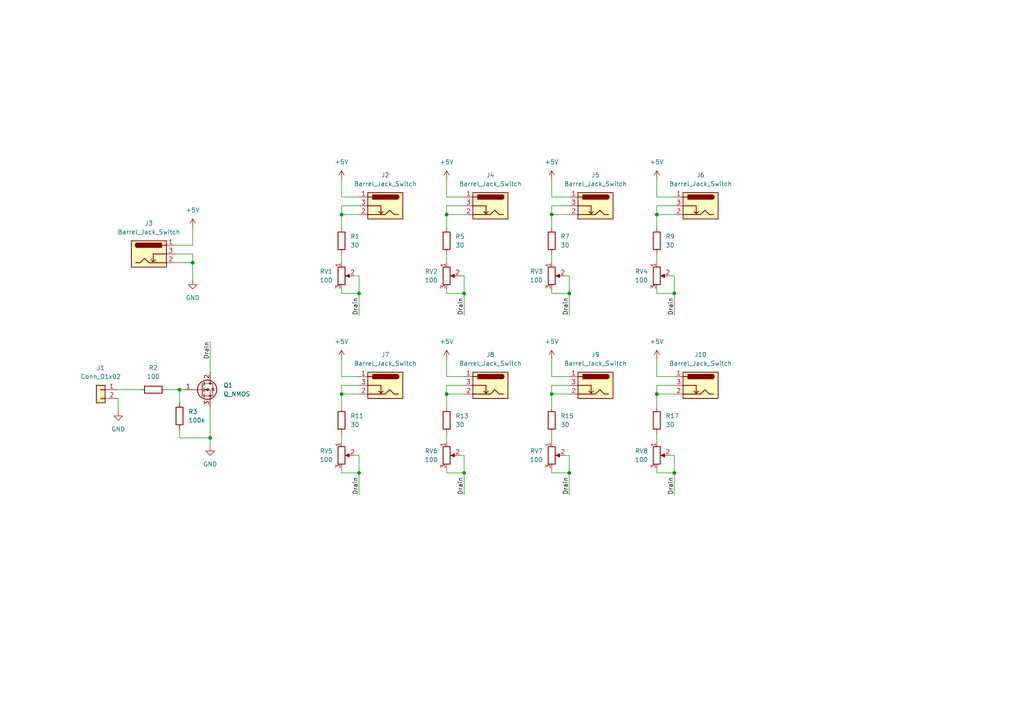
<source format=kicad_sch>
(kicad_sch (version 20250114) (generator "eeschema") (generator_version "9.0")
  (paper "A4")
  (lib_symbols
    (symbol "Connector:Barrel_Jack_Switch" (pin_names (hide yes))
      (property "Reference" "J" (at 0 5.334 0))
      (property "Value" "Barrel_Jack_Switch" (at 0 -5.08 0))
      (symbol "Barrel_Jack_Switch_0_1"
        (rectangle (start -5.08 3.81) (end 5.08 -3.81) (stroke (width 0.254)) (fill (type background)))
        (polyline (pts (xy -3.81 -2.54) (xy -2.54 -2.54) (xy -1.27 -1.27) (xy 0 -2.54) (xy 2.54 -2.54) (xy 5.08 -2.54)) (stroke (width 0.254)))
        (arc (start -3.302 1.905) (mid -3.9343 2.54) (end -3.302 3.175) (stroke (width 0.254)))
        (arc (start -3.302 1.905) (mid -3.9343 2.54) (end -3.302 3.175) (stroke (width 0.254)) (fill (type outline)))
        (polyline (pts (xy 1.27 -2.286) (xy 1.905 -1.651)) (stroke (width 0.254)))
        (rectangle (start 3.683 3.175) (end -3.302 1.905) (stroke (width 0.254)) (fill (type outline)))
        (polyline (pts (xy 5.08 2.54) (xy 3.81 2.54)) (stroke (width 0.254)))
        (polyline (pts (xy 5.08 0) (xy 1.27 0) (xy 1.27 -2.286) (xy 0.635 -1.651)) (stroke (width 0.254)))
      )
      (symbol "Barrel_Jack_Switch_1_1"
        (pin passive line (at 7.62 2.54 180) (length 2.54) (name "~") (number "1"))
        (pin passive line (at 7.62 0 180) (length 2.54) (name "~") (number "3"))
        (pin passive line (at 7.62 -2.54 180) (length 2.54) (name "~") (number "2"))
      )
    )
    (symbol "Connector_Generic:Conn_01x02" (pin_names (offset 1.016) (hide yes))
      (property "Reference" "J" (at 0 2.54 0))
      (property "Value" "Conn_01x02" (at 0 -5.08 0))
      (symbol "Conn_01x02_1_1"
        (rectangle (start -1.27 1.27) (end 1.27 -3.81) (stroke (width 0.254)) (fill (type background)))
        (rectangle (start -1.27 0.127) (end 0 -0.127) (stroke (width 0.1524)))
        (rectangle (start -1.27 -2.413) (end 0 -2.667) (stroke (width 0.1524)))
        (pin passive line (at -5.08 0 0) (length 3.81) (name "Pin_1") (number "1"))
        (pin passive line (at -5.08 -2.54 0) (length 3.81) (name "Pin_2") (number "2"))
      )
    )
    (symbol "Device:R" (pin_numbers (hide yes)) (pin_names (offset 0))
      (property "Reference" "R" (at 2.032 0 90))
      (property "Value" "R" (at 0 0 90))
      (symbol "R_0_1"
        (rectangle (start -1.016 -2.54) (end 1.016 2.54) (stroke (width 0.254)))
      )
      (symbol "R_1_1"
        (pin passive line (at 0 3.81 270) (length 1.27) (name "~") (number "1"))
        (pin passive line (at 0 -3.81 90) (length 1.27) (name "~") (number "2"))
      )
    )
    (symbol "Device:R_Potentiometer" (pin_names (offset 1.016) (hide yes))
      (property "Reference" "RV" (at -4.445 0 90))
      (property "Value" "R_Potentiometer" (at -2.54 0 90))
      (symbol "R_Potentiometer_0_1"
        (rectangle (start 1.016 2.54) (end -1.016 -2.54) (stroke (width 0.254)))
        (polyline (pts (xy 1.143 0) (xy 2.286 0.508) (xy 2.286 -0.508) (xy 1.143 0)) (fill (type outline)))
        (polyline (pts (xy 2.54 0) (xy 1.524 0)))
      )
      (symbol "R_Potentiometer_1_1"
        (pin passive line (at 0 3.81 270) (length 1.27) (name "1") (number "1"))
        (pin passive line (at 0 -3.81 90) (length 1.27) (name "3") (number "3"))
        (pin passive line (at 3.81 0 180) (length 1.27) (name "2") (number "2"))
      )
    )
    (symbol "Transistor_FET:Q_NMOS_GDS" (pin_names (offset 0) (hide yes))
      (property "Reference" "Q" (at 5.08 1.905 0))
      (property "Value" "Q_NMOS_GDS" (at 5.08 0 0))
      (symbol "Q_NMOS_GDS_0_1"
        (polyline (pts (xy 0.254 1.905) (xy 0.254 -1.905)) (stroke (width 0.254)))
        (polyline (pts (xy 0.254 0) (xy -2.54 0)))
        (polyline (pts (xy 0.762 2.286) (xy 0.762 1.27)) (stroke (width 0.254)))
        (polyline (pts (xy 0.762 0.508) (xy 0.762 -0.508)) (stroke (width 0.254)))
        (polyline (pts (xy 0.762 -1.27) (xy 0.762 -2.286)) (stroke (width 0.254)))
        (polyline (pts (xy 0.762 -1.778) (xy 3.302 -1.778) (xy 3.302 1.778) (xy 0.762 1.778)))
        (polyline (pts (xy 1.016 0) (xy 2.032 0.381) (xy 2.032 -0.381) (xy 1.016 0)) (fill (type outline)))
        (circle (center 1.651 0) (radius 2.794) (stroke (width 0.254)))
        (polyline (pts (xy 2.54 2.54) (xy 2.54 1.778)))
        (circle (center 2.54 1.778) (radius 0.254) (fill (type outline)))
        (circle (center 2.54 -1.778) (radius 0.254) (fill (type outline)))
        (polyline (pts (xy 2.54 -2.54) (xy 2.54 0) (xy 0.762 0)))
        (polyline (pts (xy 2.921 0.381) (xy 3.683 0.381)))
        (polyline (pts (xy 3.302 0.381) (xy 2.921 -0.254) (xy 3.683 -0.254) (xy 3.302 0.381)))
      )
      (symbol "Q_NMOS_GDS_1_1"
        (pin input line (at -5.08 0 0) (length 2.54) (name "G") (number "1"))
        (pin passive line (at 2.54 5.08 270) (length 2.54) (name "D") (number "2"))
        (pin passive line (at 2.54 -5.08 90) (length 2.54) (name "S") (number "3"))
      )
    )
    (symbol "power:+5V" (power) (pin_numbers (hide yes)) (pin_names (offset 0) (hide yes))
      (property "Value" "+5V" (at 0 3.556 0))
      (symbol "+5V_0_1"
        (polyline (pts (xy -0.762 1.27) (xy 0 2.54)))
        (polyline (pts (xy 0 2.54) (xy 0.762 1.27)))
        (polyline (pts (xy 0 0) (xy 0 2.54)))
      )
      (symbol "+5V_1_1"
        (pin power_in line (at 0 0 90) (length 0) (name "~") (number "1"))
      )
    )
    (symbol "power:GND" (power) (pin_numbers (hide yes)) (pin_names (offset 0) (hide yes))
      (property "Value" "GND" (at 0 -3.81 0))
      (symbol "GND_0_1"
        (polyline (pts (xy 0 0) (xy 0 -1.27) (xy 1.27 -1.27) (xy 0 -2.54) (xy -1.27 -1.27) (xy 0 -1.27)))
      )
      (symbol "GND_1_1"
        (pin power_in line (at 0 0 270) (length 0) (name "~") (number "1"))
      )
    )
  )
  (junction (at 195.58 85.09))
  (junction (at 190.5 114.3))
  (junction (at 99.06 114.3))
  (junction (at 104.14 85.09))
  (junction (at 195.58 137.16))
  (junction (at 134.62 137.16))
  (junction (at 160.02 62.23))
  (junction (at 134.62 85.09))
  (junction (at 99.06 62.23))
  (junction (at 104.14 137.16))
  (junction (at 160.02 114.3))
  (junction (at 129.54 114.3))
  (junction (at 55.88 76.2))
  (junction (at 60.96 127))
  (junction (at 129.54 62.23))
  (junction (at 165.1 137.16))
  (junction (at 52.07 113.03))
  (junction (at 165.1 85.09))
  (junction (at 190.5 62.23))
  (wire (pts (xy 52.07 113.03) (xy 52.07 116.84)))
  (wire (pts (xy 160.02 73.66) (xy 160.02 76.2)))
  (wire (pts (xy 165.1 114.3) (xy 160.02 114.3)))
  (wire (pts (xy 55.88 76.2) (xy 55.88 81.28)))
  (wire (pts (xy 163.83 80.01) (xy 165.1 80.01)))
  (wire (pts (xy 195.58 80.01) (xy 195.58 85.09)))
  (wire (pts (xy 134.62 59.69) (xy 129.54 59.69)))
  (wire (pts (xy 55.88 73.66) (xy 55.88 76.2)))
  (wire (pts (xy 134.62 85.09) (xy 134.62 91.44)))
  (wire (pts (xy 104.14 62.23) (xy 99.06 62.23)))
  (wire (pts (xy 195.58 111.76) (xy 190.5 111.76)))
  (wire (pts (xy 99.06 83.82) (xy 99.06 85.09)))
  (wire (pts (xy 165.1 59.69) (xy 160.02 59.69)))
  (wire (pts (xy 134.62 109.22) (xy 129.54 109.22)))
  (wire (pts (xy 165.1 132.08) (xy 165.1 137.16)))
  (wire (pts (xy 129.54 73.66) (xy 129.54 76.2)))
  (wire (pts (xy 133.35 132.08) (xy 134.62 132.08)))
  (wire (pts (xy 195.58 85.09) (xy 195.58 91.44)))
  (wire (pts (xy 99.06 73.66) (xy 99.06 76.2)))
  (wire (pts (xy 134.62 132.08) (xy 134.62 137.16)))
  (wire (pts (xy 52.07 124.46) (xy 52.07 127)))
  (wire (pts (xy 165.1 111.76) (xy 160.02 111.76)))
  (wire (pts (xy 99.06 135.89) (xy 99.06 137.16)))
  (wire (pts (xy 160.02 137.16) (xy 165.1 137.16)))
  (wire (pts (xy 99.06 125.73) (xy 99.06 128.27)))
  (wire (pts (xy 165.1 85.09) (xy 165.1 91.44)))
  (wire (pts (xy 50.8 71.12) (xy 55.88 71.12)))
  (wire (pts (xy 60.96 99.06) (xy 60.96 107.95)))
  (wire (pts (xy 99.06 111.76) (xy 99.06 114.3)))
  (wire (pts (xy 165.1 137.16) (xy 165.1 143.51)))
  (wire (pts (xy 129.54 62.23) (xy 129.54 66.04)))
  (wire (pts (xy 190.5 135.89) (xy 190.5 137.16)))
  (wire (pts (xy 129.54 83.82) (xy 129.54 85.09)))
  (wire (pts (xy 190.5 73.66) (xy 190.5 76.2)))
  (wire (pts (xy 195.58 114.3) (xy 190.5 114.3)))
  (wire (pts (xy 190.5 62.23) (xy 190.5 66.04)))
  (wire (pts (xy 99.06 62.23) (xy 99.06 66.04)))
  (wire (pts (xy 129.54 114.3) (xy 129.54 118.11)))
  (wire (pts (xy 104.14 109.22) (xy 99.06 109.22)))
  (wire (pts (xy 104.14 85.09) (xy 104.14 91.44)))
  (wire (pts (xy 190.5 125.73) (xy 190.5 128.27)))
  (wire (pts (xy 99.06 59.69) (xy 99.06 62.23)))
  (wire (pts (xy 104.14 57.15) (xy 99.06 57.15)))
  (wire (pts (xy 194.31 132.08) (xy 195.58 132.08)))
  (wire (pts (xy 104.14 137.16) (xy 104.14 143.51)))
  (wire (pts (xy 99.06 137.16) (xy 104.14 137.16)))
  (wire (pts (xy 190.5 83.82) (xy 190.5 85.09)))
  (wire (pts (xy 160.02 85.09) (xy 165.1 85.09)))
  (wire (pts (xy 134.62 111.76) (xy 129.54 111.76)))
  (wire (pts (xy 52.07 127) (xy 60.96 127)))
  (wire (pts (xy 129.54 125.73) (xy 129.54 128.27)))
  (wire (pts (xy 99.06 57.15) (xy 99.06 52.07)))
  (wire (pts (xy 160.02 62.23) (xy 160.02 66.04)))
  (wire (pts (xy 60.96 127) (xy 60.96 129.54)))
  (wire (pts (xy 104.14 80.01) (xy 104.14 85.09)))
  (wire (pts (xy 160.02 83.82) (xy 160.02 85.09)))
  (wire (pts (xy 165.1 57.15) (xy 160.02 57.15)))
  (wire (pts (xy 165.1 80.01) (xy 165.1 85.09)))
  (wire (pts (xy 165.1 62.23) (xy 160.02 62.23)))
  (wire (pts (xy 50.8 76.2) (xy 55.88 76.2)))
  (wire (pts (xy 129.54 109.22) (xy 129.54 104.14)))
  (wire (pts (xy 104.14 111.76) (xy 99.06 111.76)))
  (wire (pts (xy 190.5 85.09) (xy 195.58 85.09)))
  (wire (pts (xy 195.58 59.69) (xy 190.5 59.69)))
  (wire (pts (xy 195.58 109.22) (xy 190.5 109.22)))
  (wire (pts (xy 134.62 114.3) (xy 129.54 114.3)))
  (wire (pts (xy 163.83 132.08) (xy 165.1 132.08)))
  (wire (pts (xy 133.35 80.01) (xy 134.62 80.01)))
  (wire (pts (xy 129.54 137.16) (xy 134.62 137.16)))
  (wire (pts (xy 60.96 118.11) (xy 60.96 127)))
  (wire (pts (xy 129.54 135.89) (xy 129.54 137.16)))
  (wire (pts (xy 104.14 132.08) (xy 104.14 137.16)))
  (wire (pts (xy 190.5 59.69) (xy 190.5 62.23)))
  (wire (pts (xy 190.5 114.3) (xy 190.5 118.11)))
  (wire (pts (xy 160.02 114.3) (xy 160.02 118.11)))
  (wire (pts (xy 195.58 57.15) (xy 190.5 57.15)))
  (wire (pts (xy 129.54 85.09) (xy 134.62 85.09)))
  (wire (pts (xy 55.88 71.12) (xy 55.88 66.04)))
  (wire (pts (xy 190.5 111.76) (xy 190.5 114.3)))
  (wire (pts (xy 160.02 109.22) (xy 160.02 104.14)))
  (wire (pts (xy 160.02 135.89) (xy 160.02 137.16)))
  (wire (pts (xy 102.87 80.01) (xy 104.14 80.01)))
  (wire (pts (xy 129.54 111.76) (xy 129.54 114.3)))
  (wire (pts (xy 160.02 111.76) (xy 160.02 114.3)))
  (wire (pts (xy 160.02 125.73) (xy 160.02 128.27)))
  (wire (pts (xy 129.54 57.15) (xy 129.54 52.07)))
  (wire (pts (xy 134.62 137.16) (xy 134.62 143.51)))
  (wire (pts (xy 195.58 62.23) (xy 190.5 62.23)))
  (wire (pts (xy 48.26 113.03) (xy 52.07 113.03)))
  (wire (pts (xy 129.54 59.69) (xy 129.54 62.23)))
  (wire (pts (xy 194.31 80.01) (xy 195.58 80.01)))
  (wire (pts (xy 160.02 59.69) (xy 160.02 62.23)))
  (wire (pts (xy 165.1 109.22) (xy 160.02 109.22)))
  (wire (pts (xy 190.5 109.22) (xy 190.5 104.14)))
  (wire (pts (xy 50.8 73.66) (xy 55.88 73.66)))
  (wire (pts (xy 134.62 80.01) (xy 134.62 85.09)))
  (wire (pts (xy 160.02 57.15) (xy 160.02 52.07)))
  (wire (pts (xy 52.07 113.03) (xy 53.34 113.03)))
  (wire (pts (xy 134.62 62.23) (xy 129.54 62.23)))
  (wire (pts (xy 104.14 59.69) (xy 99.06 59.69)))
  (wire (pts (xy 34.29 115.57) (xy 34.29 119.38)))
  (wire (pts (xy 34.29 113.03) (xy 40.64 113.03)))
  (wire (pts (xy 195.58 137.16) (xy 195.58 143.51)))
  (wire (pts (xy 99.06 85.09) (xy 104.14 85.09)))
  (wire (pts (xy 190.5 57.15) (xy 190.5 52.07)))
  (wire (pts (xy 104.14 114.3) (xy 99.06 114.3)))
  (wire (pts (xy 102.87 132.08) (xy 104.14 132.08)))
  (wire (pts (xy 134.62 57.15) (xy 129.54 57.15)))
  (wire (pts (xy 195.58 132.08) (xy 195.58 137.16)))
  (wire (pts (xy 99.06 114.3) (xy 99.06 118.11)))
  (wire (pts (xy 190.5 137.16) (xy 195.58 137.16)))
  (wire (pts (xy 99.06 109.22) (xy 99.06 104.14)))
  (label "Drain" (at 165.1 91.44 90))
  (label "Drain" (at 60.96 99.06 270))
  (label "Drain" (at 195.58 91.44 90))
  (label "Drain" (at 104.14 143.51 90))
  (label "Drain" (at 134.62 143.51 90))
  (label "Drain" (at 134.62 91.44 90))
  (label "Drain" (at 195.58 143.51 90))
  (label "Drain" (at 104.14 91.44 90))
  (label "Drain" (at 165.1 143.51 90))
  (symbol (lib_id "Connector:Barrel_Jack_Switch") (at 111.76 111.76 0) (mirror y) (unit 1)
    (property "Reference" "J7" (at 111.76 102.87 0))
    (property "Value" "Barrel_Jack_Switch" (at 111.76 105.41 0))
    (property "Footprint" "Connector_BarrelJack:BarrelJack_Horizontal" (effects (hide yes)))
    (property "Datasheet" "https://akizukidenshi.com/catalog/g/g106568/" (effects (hide yes)))
    (property "Description" "DC Barrel Jack with an internal switch" (effects (hide yes)))
  )
  (symbol (lib_id "Device:R_Potentiometer") (at 160.02 132.08 0) (unit 1)
    (property "Reference" "RV7" (at 157.48 130.8099 0) (effects (justify right)))
    (property "Value" "100" (at 157.48 133.3499 0) (effects (justify right)))
    (property "Footprint" "GF063P:GF063P" (effects (hide yes)))
    (property "Datasheet" "https://akizukidenshi.com/catalog/g/g114897/" (effects (hide yes)))
    (property "Description" "Potentiometer" (effects (hide yes)))
  )
  (symbol (lib_id "Connector:Barrel_Jack_Switch") (at 142.24 111.76 0) (mirror y) (unit 1)
    (property "Reference" "J8" (at 142.24 102.87 0))
    (property "Value" "Barrel_Jack_Switch" (at 142.24 105.41 0))
    (property "Footprint" "Connector_BarrelJack:BarrelJack_Horizontal" (effects (hide yes)))
    (property "Datasheet" "https://akizukidenshi.com/catalog/g/g106568/" (effects (hide yes)))
    (property "Description" "DC Barrel Jack with an internal switch" (effects (hide yes)))
  )
  (symbol (lib_id "Connector:Barrel_Jack_Switch") (at 172.72 111.76 0) (mirror y) (unit 1)
    (property "Reference" "J9" (at 172.72 102.87 0))
    (property "Value" "Barrel_Jack_Switch" (at 172.72 105.41 0))
    (property "Footprint" "Connector_BarrelJack:BarrelJack_Horizontal" (effects (hide yes)))
    (property "Datasheet" "https://akizukidenshi.com/catalog/g/g106568/" (effects (hide yes)))
    (property "Description" "DC Barrel Jack with an internal switch" (effects (hide yes)))
  )
  (symbol (lib_id "Connector:Barrel_Jack_Switch") (at 111.76 59.69 0) (mirror y) (unit 1)
    (property "Reference" "J2" (at 111.76 50.8 0))
    (property "Value" "Barrel_Jack_Switch" (at 111.76 53.34 0))
    (property "Footprint" "Connector_BarrelJack:BarrelJack_Horizontal" (effects (hide yes)))
    (property "Datasheet" "https://akizukidenshi.com/catalog/g/g106568/" (effects (hide yes)))
    (property "Description" "DC Barrel Jack with an internal switch" (effects (hide yes)))
  )
  (symbol (lib_id "Device:R_Potentiometer") (at 99.06 132.08 0) (unit 1)
    (property "Reference" "RV5" (at 96.52 130.8099 0) (effects (justify right)))
    (property "Value" "100" (at 96.52 133.3499 0) (effects (justify right)))
    (property "Footprint" "GF063P:GF063P" (effects (hide yes)))
    (property "Datasheet" "https://akizukidenshi.com/catalog/g/g114897/" (effects (hide yes)))
    (property "Description" "Potentiometer" (effects (hide yes)))
  )
  (symbol (lib_id "power:GND") (at 55.88 81.28 0) (unit 1)
    (property "Reference" "#PWR05" (effects (hide yes)))
    (property "Value" "GND" (at 55.88 86.36 0))
    (property "Description" "Power symbol creates a global label with name \"GND\" , ground" (effects (hide yes)))
  )
  (symbol (lib_id "Connector:Barrel_Jack_Switch") (at 43.18 73.66 0) (unit 1)
    (property "Reference" "J3" (at 43.18 64.77 0))
    (property "Value" "Barrel_Jack_Switch" (at 43.18 67.31 0))
    (property "Footprint" "Connector_BarrelJack:BarrelJack_Horizontal" (effects (hide yes)))
    (property "Datasheet" "https://akizukidenshi.com/catalog/g/g106568/" (effects (hide yes)))
    (property "Description" "DC Barrel Jack with an internal switch" (effects (hide yes)))
  )
  (symbol (lib_id "Device:R") (at 160.02 69.85 0) (unit 1)
    (property "Reference" "R7" (at 162.56 68.5799 0) (effects (justify left)))
    (property "Value" "30" (at 162.56 71.1199 0) (effects (justify left)))
    (property "Footprint" "Resistor_SMD:R_0402_1005Metric" (effects (hide yes)))
    (property "Description" "Resistor" (effects (hide yes)))
  )
  (symbol (lib_id "Device:R") (at 99.06 121.92 0) (unit 1)
    (property "Reference" "R11" (at 101.6 120.6499 0) (effects (justify left)))
    (property "Value" "30" (at 101.6 123.1899 0) (effects (justify left)))
    (property "Footprint" "Resistor_SMD:R_0402_1005Metric" (effects (hide yes)))
    (property "Description" "Resistor" (effects (hide yes)))
  )
  (symbol (lib_id "Device:R_Potentiometer") (at 99.06 80.01 0) (unit 1)
    (property "Reference" "RV1" (at 96.52 78.7399 0) (effects (justify right)))
    (property "Value" "100" (at 96.52 81.2799 0) (effects (justify right)))
    (property "Footprint" "GF063P:GF063P" (effects (hide yes)))
    (property "Datasheet" "https://akizukidenshi.com/catalog/g/g114897/" (effects (hide yes)))
    (property "Description" "Potentiometer" (effects (hide yes)))
  )
  (symbol (lib_id "power:+5V") (at 129.54 52.07 0) (unit 1)
    (property "Reference" "#PWR06" (effects (hide yes)))
    (property "Value" "+5V" (at 129.54 46.99 0))
    (property "Description" "Power symbol creates a global label with name \"+5V\"" (effects (hide yes)))
  )
  (symbol (lib_id "Device:R") (at 52.07 120.65 180) (unit 1)
    (property "Reference" "R3" (at 54.61 119.3799 0) (effects (justify right)))
    (property "Value" "100k" (at 54.61 121.9199 0) (effects (justify right)))
    (property "Footprint" "Resistor_SMD:R_0402_1005Metric" (effects (hide yes)))
    (property "Description" "Resistor" (effects (hide yes)))
  )
  (symbol (lib_id "power:GND") (at 34.29 119.38 0) (unit 1)
    (property "Reference" "#PWR03" (effects (hide yes)))
    (property "Value" "GND" (at 34.29 124.46 0))
    (property "Description" "Power symbol creates a global label with name \"GND\" , ground" (effects (hide yes)))
  )
  (symbol (lib_id "Connector:Barrel_Jack_Switch") (at 203.2 111.76 0) (mirror y) (unit 1)
    (property "Reference" "J10" (at 203.2 102.87 0))
    (property "Value" "Barrel_Jack_Switch" (at 203.2 105.41 0))
    (property "Footprint" "Connector_BarrelJack:BarrelJack_Horizontal" (effects (hide yes)))
    (property "Datasheet" "https://akizukidenshi.com/catalog/g/g106568/" (effects (hide yes)))
    (property "Description" "DC Barrel Jack with an internal switch" (effects (hide yes)))
  )
  (symbol (lib_id "power:+5V") (at 55.88 66.04 0) (unit 1)
    (property "Reference" "#PWR04" (effects (hide yes)))
    (property "Value" "+5V" (at 55.88 60.96 0))
    (property "Description" "Power symbol creates a global label with name \"+5V\"" (effects (hide yes)))
  )
  (symbol (lib_id "Device:R") (at 160.02 121.92 0) (unit 1)
    (property "Reference" "R15" (at 162.56 120.6499 0) (effects (justify left)))
    (property "Value" "30" (at 162.56 123.1899 0) (effects (justify left)))
    (property "Footprint" "Resistor_SMD:R_0402_1005Metric" (effects (hide yes)))
    (property "Description" "Resistor" (effects (hide yes)))
  )
  (symbol (lib_id "power:+5V") (at 99.06 52.07 0) (unit 1)
    (property "Reference" "#PWR01" (effects (hide yes)))
    (property "Value" "+5V" (at 99.06 46.99 0))
    (property "Description" "Power symbol creates a global label with name \"+5V\"" (effects (hide yes)))
  )
  (symbol (lib_id "power:+5V") (at 160.02 52.07 0) (unit 1)
    (property "Reference" "#PWR07" (effects (hide yes)))
    (property "Value" "+5V" (at 160.02 46.99 0))
    (property "Description" "Power symbol creates a global label with name \"+5V\"" (effects (hide yes)))
  )
  (symbol (lib_id "Device:R_Potentiometer") (at 160.02 80.01 0) (unit 1)
    (property "Reference" "RV3" (at 157.48 78.7399 0) (effects (justify right)))
    (property "Value" "100" (at 157.48 81.2799 0) (effects (justify right)))
    (property "Footprint" "GF063P:GF063P" (effects (hide yes)))
    (property "Datasheet" "https://akizukidenshi.com/catalog/g/g114897/" (effects (hide yes)))
    (property "Description" "Potentiometer" (effects (hide yes)))
  )
  (symbol (lib_id "Connector:Barrel_Jack_Switch") (at 172.72 59.69 0) (mirror y) (unit 1)
    (property "Reference" "J5" (at 172.72 50.8 0))
    (property "Value" "Barrel_Jack_Switch" (at 172.72 53.34 0))
    (property "Footprint" "Connector_BarrelJack:BarrelJack_Horizontal" (effects (hide yes)))
    (property "Datasheet" "https://akizukidenshi.com/catalog/g/g106568/" (effects (hide yes)))
    (property "Description" "DC Barrel Jack with an internal switch" (effects (hide yes)))
  )
  (symbol (lib_id "Connector_Generic:Conn_01x02") (at 29.21 113.03 0) (mirror y) (unit 1)
    (property "Reference" "J1" (at 29.21 106.68 0))
    (property "Value" "Conn_01x02" (at 29.21 109.22 0))
    (property "Footprint" "Connector_JST:JST_XH_S2B-XH-A_1x02_P2.50mm_Horizontal" (effects (hide yes)))
    (property "Description" "Generic connector, single row, 01x02, script generated (kicad-library-utils/schlib/autogen/connector/)" (effects (hide yes)))
  )
  (symbol (lib_id "Device:R") (at 44.45 113.03 90) (unit 1)
    (property "Reference" "R2" (at 44.45 106.68 90))
    (property "Value" "100" (at 44.45 109.22 90))
    (property "Footprint" "Resistor_SMD:R_0402_1005Metric" (effects (hide yes)))
    (property "Description" "Resistor" (effects (hide yes)))
  )
  (symbol (lib_id "power:GND") (at 60.96 129.54 0) (unit 1)
    (property "Reference" "#PWR02" (effects (hide yes)))
    (property "Value" "GND" (at 60.96 134.62 0))
    (property "Description" "Power symbol creates a global label with name \"GND\" , ground" (effects (hide yes)))
  )
  (symbol (lib_id "Device:R") (at 129.54 69.85 0) (unit 1)
    (property "Reference" "R5" (at 132.08 68.5799 0) (effects (justify left)))
    (property "Value" "30" (at 132.08 71.1199 0) (effects (justify left)))
    (property "Footprint" "Resistor_SMD:R_0402_1005Metric" (effects (hide yes)))
    (property "Description" "Resistor" (effects (hide yes)))
  )
  (symbol (lib_id "power:+5V") (at 129.54 104.14 0) (unit 1)
    (property "Reference" "#PWR010" (effects (hide yes)))
    (property "Value" "+5V" (at 129.54 99.06 0))
    (property "Description" "Power symbol creates a global label with name \"+5V\"" (effects (hide yes)))
  )
  (symbol (lib_id "Connector:Barrel_Jack_Switch") (at 203.2 59.69 0) (mirror y) (unit 1)
    (property "Reference" "J6" (at 203.2 50.8 0))
    (property "Value" "Barrel_Jack_Switch" (at 203.2 53.34 0))
    (property "Footprint" "Connector_BarrelJack:BarrelJack_Horizontal" (effects (hide yes)))
    (property "Datasheet" "https://akizukidenshi.com/catalog/g/g106568/" (effects (hide yes)))
    (property "Description" "DC Barrel Jack with an internal switch" (effects (hide yes)))
  )
  (symbol (lib_id "Device:R_Potentiometer") (at 190.5 132.08 0) (unit 1)
    (property "Reference" "RV8" (at 187.96 130.8099 0) (effects (justify right)))
    (property "Value" "100" (at 187.96 133.3499 0) (effects (justify right)))
    (property "Footprint" "GF063P:GF063P" (effects (hide yes)))
    (property "Datasheet" "https://akizukidenshi.com/catalog/g/g114897/" (effects (hide yes)))
    (property "Description" "Potentiometer" (effects (hide yes)))
  )
  (symbol (lib_id "Connector:Barrel_Jack_Switch") (at 142.24 59.69 0) (mirror y) (unit 1)
    (property "Reference" "J4" (at 142.24 50.8 0))
    (property "Value" "Barrel_Jack_Switch" (at 142.24 53.34 0))
    (property "Footprint" "Connector_BarrelJack:BarrelJack_Horizontal" (effects (hide yes)))
    (property "Datasheet" "https://akizukidenshi.com/catalog/g/g106568/" (effects (hide yes)))
    (property "Description" "DC Barrel Jack with an internal switch" (effects (hide yes)))
  )
  (symbol (lib_id "Device:R_Potentiometer") (at 129.54 80.01 0) (unit 1)
    (property "Reference" "RV2" (at 127 78.7399 0) (effects (justify right)))
    (property "Value" "100" (at 127 81.2799 0) (effects (justify right)))
    (property "Footprint" "GF063P:GF063P" (effects (hide yes)))
    (property "Datasheet" "https://akizukidenshi.com/catalog/g/g114897/" (effects (hide yes)))
    (property "Description" "Potentiometer" (effects (hide yes)))
  )
  (symbol (lib_id "power:+5V") (at 190.5 104.14 0) (unit 1)
    (property "Reference" "#PWR012" (effects (hide yes)))
    (property "Value" "+5V" (at 190.5 99.06 0))
    (property "Description" "Power symbol creates a global label with name \"+5V\"" (effects (hide yes)))
  )
  (symbol (lib_id "power:+5V") (at 99.06 104.14 0) (unit 1)
    (property "Reference" "#PWR09" (effects (hide yes)))
    (property "Value" "+5V" (at 99.06 99.06 0))
    (property "Description" "Power symbol creates a global label with name \"+5V\"" (effects (hide yes)))
  )
  (symbol (lib_id "Device:R") (at 99.06 69.85 0) (unit 1)
    (property "Reference" "R1" (at 101.6 68.5799 0) (effects (justify left)))
    (property "Value" "30" (at 101.6 71.1199 0) (effects (justify left)))
    (property "Footprint" "Resistor_SMD:R_0402_1005Metric" (effects (hide yes)))
    (property "Description" "Resistor" (effects (hide yes)))
  )
  (symbol (lib_id "Device:R_Potentiometer") (at 190.5 80.01 0) (unit 1)
    (property "Reference" "RV4" (at 187.96 78.7399 0) (effects (justify right)))
    (property "Value" "100" (at 187.96 81.2799 0) (effects (justify right)))
    (property "Footprint" "GF063P:GF063P" (effects (hide yes)))
    (property "Datasheet" "https://akizukidenshi.com/catalog/g/g114897/" (effects (hide yes)))
    (property "Description" "Potentiometer" (effects (hide yes)))
  )
  (symbol (lib_id "Transistor_FET:Q_NMOS_GDS") (at 58.42 113.03 0) (unit 1)
    (property "Reference" "Q1" (at 64.77 111.7599 0) (effects (justify left)))
    (property "Value" "Q_NMOS" (at 64.77 114.2999 0) (effects (justify left)))
    (property "Footprint" "Package_TO_SOT_SMD:TO-252-2" (effects (hide yes)))
    (property "Datasheet" "https://akizukidenshi.com/catalog/g/g109928/" (effects (hide yes)))
    (property "Description" "N-MOSFET transistor, gate/drain/source" (effects (hide yes)))
  )
  (symbol (lib_id "Device:R") (at 190.5 121.92 0) (unit 1)
    (property "Reference" "R17" (at 193.04 120.6499 0) (effects (justify left)))
    (property "Value" "30" (at 193.04 123.1899 0) (effects (justify left)))
    (property "Footprint" "Resistor_SMD:R_0402_1005Metric" (effects (hide yes)))
    (property "Description" "Resistor" (effects (hide yes)))
  )
  (symbol (lib_id "power:+5V") (at 160.02 104.14 0) (unit 1)
    (property "Reference" "#PWR011" (effects (hide yes)))
    (property "Value" "+5V" (at 160.02 99.06 0))
    (property "Description" "Power symbol creates a global label with name \"+5V\"" (effects (hide yes)))
  )
  (symbol (lib_id "Device:R") (at 129.54 121.92 0) (unit 1)
    (property "Reference" "R13" (at 132.08 120.6499 0) (effects (justify left)))
    (property "Value" "30" (at 132.08 123.1899 0) (effects (justify left)))
    (property "Footprint" "Resistor_SMD:R_0402_1005Metric" (effects (hide yes)))
    (property "Description" "Resistor" (effects (hide yes)))
  )
  (symbol (lib_id "power:+5V") (at 190.5 52.07 0) (unit 1)
    (property "Reference" "#PWR08" (effects (hide yes)))
    (property "Value" "+5V" (at 190.5 46.99 0))
    (property "Description" "Power symbol creates a global label with name \"+5V\"" (effects (hide yes)))
  )
  (symbol (lib_id "Device:R_Potentiometer") (at 129.54 132.08 0) (unit 1)
    (property "Reference" "RV6" (at 127 130.8099 0) (effects (justify right)))
    (property "Value" "100" (at 127 133.3499 0) (effects (justify right)))
    (property "Footprint" "GF063P:GF063P" (effects (hide yes)))
    (property "Datasheet" "https://akizukidenshi.com/catalog/g/g114897/" (effects (hide yes)))
    (property "Description" "Potentiometer" (effects (hide yes)))
  )
  (symbol (lib_id "Device:R") (at 190.5 69.85 0) (unit 1)
    (property "Reference" "R9" (at 193.04 68.5799 0) (effects (justify left)))
    (property "Value" "30" (at 193.04 71.1199 0) (effects (justify left)))
    (property "Footprint" "Resistor_SMD:R_0402_1005Metric" (effects (hide yes)))
    (property "Description" "Resistor" (effects (hide yes)))
  )
)
</source>
